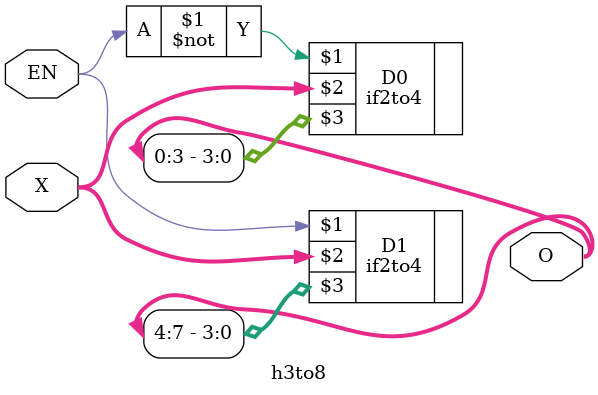
<source format=v>
module h3to8 (EN, X, O);

input EN;
input [1:0]X;

output [0:7]O;

//if2to4(en, x, o);

if2to4 D0(~EN, X, O[0:3]);
if2to4 D1(EN, X, O[4:7]);


endmodule

</source>
